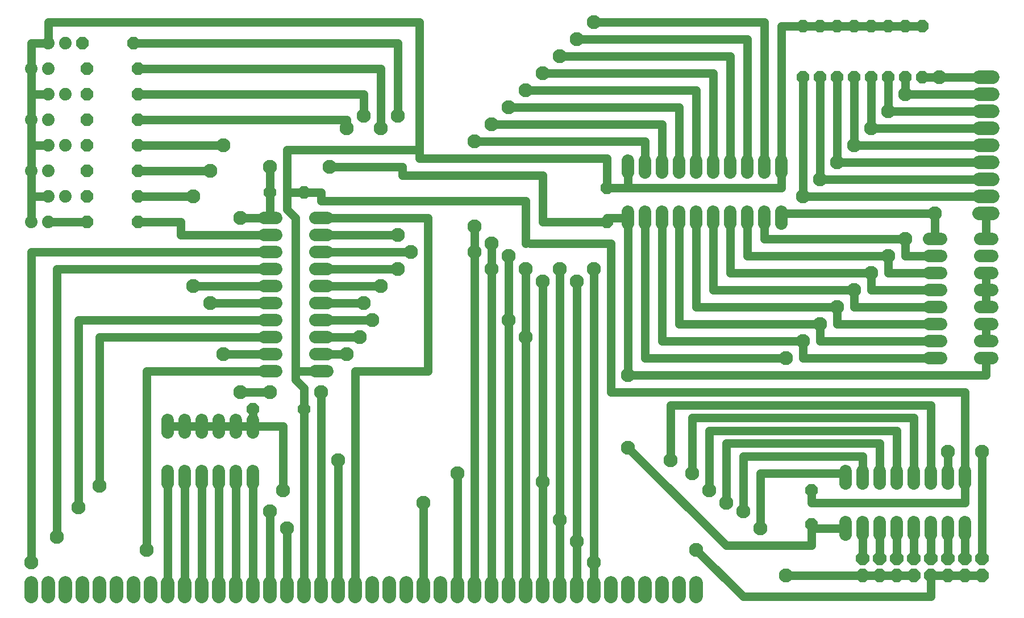
<source format=gbr>
G04 EAGLE Gerber RS-274X export*
G75*
%MOMM*%
%FSLAX34Y34*%
%LPD*%
%INBottom Copper*%
%IPPOS*%
%AMOC8*
5,1,8,0,0,1.08239X$1,22.5*%
G01*
%ADD10P,1.979475X8X22.500000*%
%ADD11P,1.979475X8X112.500000*%
%ADD12C,1.828800*%
%ADD13C,1.879600*%
%ADD14C,2.032000*%
%ADD15P,2.199416X8X22.500000*%
%ADD16P,1.979475X8X202.500000*%
%ADD17P,1.979475X8X292.500000*%
%ADD18C,1.270000*%
%ADD19C,2.100000*%


D10*
X381000Y-273050D03*
X431800Y-273050D03*
D11*
X882650Y-317500D03*
X882650Y-266700D03*
X1187450Y-768350D03*
X1187450Y-717550D03*
D12*
X228600Y-631444D02*
X228600Y-613156D01*
X228600Y-689356D02*
X228600Y-707644D01*
D13*
X76200Y-203200D03*
X50800Y-203200D03*
X50800Y-165100D03*
X25400Y-165100D03*
X76200Y-127000D03*
X50800Y-127000D03*
X50800Y-88900D03*
X25400Y-88900D03*
X76200Y-50800D03*
X50800Y-50800D03*
D12*
X254000Y-613156D02*
X254000Y-631444D01*
X254000Y-689356D02*
X254000Y-707644D01*
X279400Y-631444D02*
X279400Y-613156D01*
X279400Y-689356D02*
X279400Y-707644D01*
X304800Y-631444D02*
X304800Y-613156D01*
X304800Y-689356D02*
X304800Y-707644D01*
X330200Y-631444D02*
X330200Y-613156D01*
X330200Y-689356D02*
X330200Y-707644D01*
X355600Y-631444D02*
X355600Y-613156D01*
X355600Y-689356D02*
X355600Y-707644D01*
D13*
X50800Y-317500D03*
X25400Y-317500D03*
X76200Y-279400D03*
X50800Y-279400D03*
X50800Y-241300D03*
X25400Y-241300D03*
D12*
X1238250Y-689356D02*
X1238250Y-707644D01*
X1263650Y-707644D02*
X1263650Y-689356D01*
X1390650Y-689356D02*
X1390650Y-707644D01*
X1416050Y-707644D02*
X1416050Y-689356D01*
X1289050Y-689356D02*
X1289050Y-707644D01*
X1314450Y-707644D02*
X1314450Y-689356D01*
X1365250Y-689356D02*
X1365250Y-707644D01*
X1339850Y-707644D02*
X1339850Y-689356D01*
X1416050Y-765556D02*
X1416050Y-783844D01*
X1390650Y-783844D02*
X1390650Y-765556D01*
X1365250Y-765556D02*
X1365250Y-783844D01*
X1339850Y-783844D02*
X1339850Y-765556D01*
X1314450Y-765556D02*
X1314450Y-783844D01*
X1289050Y-783844D02*
X1289050Y-765556D01*
X1263650Y-765556D02*
X1263650Y-783844D01*
X1238250Y-783844D02*
X1238250Y-765556D01*
X914400Y-244094D02*
X914400Y-225806D01*
X939800Y-225806D02*
X939800Y-244094D01*
X1066800Y-244094D02*
X1066800Y-225806D01*
X1092200Y-225806D02*
X1092200Y-244094D01*
X965200Y-244094D02*
X965200Y-225806D01*
X990600Y-225806D02*
X990600Y-244094D01*
X1041400Y-244094D02*
X1041400Y-225806D01*
X1016000Y-225806D02*
X1016000Y-244094D01*
X1117600Y-244094D02*
X1117600Y-225806D01*
X1143000Y-225806D02*
X1143000Y-244094D01*
X1143000Y-302006D02*
X1143000Y-320294D01*
X1117600Y-320294D02*
X1117600Y-302006D01*
X1092200Y-302006D02*
X1092200Y-320294D01*
X1066800Y-320294D02*
X1066800Y-302006D01*
X1041400Y-302006D02*
X1041400Y-320294D01*
X1016000Y-320294D02*
X1016000Y-302006D01*
X990600Y-302006D02*
X990600Y-320294D01*
X965200Y-320294D02*
X965200Y-302006D01*
X939800Y-302006D02*
X939800Y-320294D01*
X914400Y-320294D02*
X914400Y-302006D01*
X466344Y-311150D02*
X448056Y-311150D01*
X448056Y-336550D02*
X466344Y-336550D01*
X466344Y-463550D02*
X448056Y-463550D01*
X448056Y-488950D02*
X466344Y-488950D01*
X466344Y-361950D02*
X448056Y-361950D01*
X448056Y-387350D02*
X466344Y-387350D01*
X466344Y-438150D02*
X448056Y-438150D01*
X448056Y-412750D02*
X466344Y-412750D01*
X466344Y-514350D02*
X448056Y-514350D01*
X448056Y-539750D02*
X466344Y-539750D01*
X390144Y-539750D02*
X371856Y-539750D01*
X371856Y-514350D02*
X390144Y-514350D01*
X390144Y-488950D02*
X371856Y-488950D01*
X371856Y-463550D02*
X390144Y-463550D01*
X390144Y-438150D02*
X371856Y-438150D01*
X371856Y-412750D02*
X390144Y-412750D01*
X390144Y-387350D02*
X371856Y-387350D01*
X371856Y-361950D02*
X390144Y-361950D01*
X390144Y-336550D02*
X371856Y-336550D01*
X371856Y-311150D02*
X390144Y-311150D01*
D14*
X25400Y-855980D02*
X25400Y-876300D01*
X50800Y-876300D02*
X50800Y-855980D01*
X76200Y-855980D02*
X76200Y-876300D01*
X101600Y-876300D02*
X101600Y-855980D01*
X127000Y-855980D02*
X127000Y-876300D01*
X152400Y-876300D02*
X152400Y-855980D01*
X177800Y-855980D02*
X177800Y-876300D01*
X203200Y-876300D02*
X203200Y-855980D01*
X228600Y-855980D02*
X228600Y-876300D01*
X254000Y-876300D02*
X254000Y-855980D01*
X279400Y-855980D02*
X279400Y-876300D01*
X304800Y-876300D02*
X304800Y-855980D01*
X330200Y-855980D02*
X330200Y-876300D01*
X355600Y-876300D02*
X355600Y-855980D01*
X381000Y-855980D02*
X381000Y-876300D01*
X406400Y-876300D02*
X406400Y-855980D01*
X431800Y-855980D02*
X431800Y-876300D01*
X457200Y-876300D02*
X457200Y-855980D01*
X482600Y-855980D02*
X482600Y-876300D01*
X508000Y-876300D02*
X508000Y-855980D01*
X533400Y-855980D02*
X533400Y-876300D01*
X558800Y-876300D02*
X558800Y-855980D01*
X584200Y-855980D02*
X584200Y-876300D01*
X609600Y-876300D02*
X609600Y-855980D01*
X635000Y-855980D02*
X635000Y-876300D01*
X660400Y-876300D02*
X660400Y-855980D01*
X685800Y-855980D02*
X685800Y-876300D01*
X711200Y-876300D02*
X711200Y-855980D01*
X736600Y-855980D02*
X736600Y-876300D01*
X762000Y-876300D02*
X762000Y-855980D01*
X787400Y-855980D02*
X787400Y-876300D01*
X812800Y-876300D02*
X812800Y-855980D01*
X838200Y-855980D02*
X838200Y-876300D01*
X863600Y-876300D02*
X863600Y-855980D01*
X889000Y-855980D02*
X889000Y-876300D01*
X914400Y-876300D02*
X914400Y-855980D01*
X939800Y-855980D02*
X939800Y-876300D01*
X965200Y-876300D02*
X965200Y-855980D01*
X990600Y-855980D02*
X990600Y-876300D01*
X1016000Y-876300D02*
X1016000Y-855980D01*
D15*
X1263650Y-819150D03*
X1263650Y-844550D03*
X1289050Y-819150D03*
X1289050Y-844550D03*
X1314450Y-819150D03*
X1314450Y-844550D03*
X1339850Y-819150D03*
X1339850Y-844550D03*
X1365250Y-819150D03*
X1365250Y-844550D03*
X1390650Y-819150D03*
X1390650Y-844550D03*
X1416050Y-819150D03*
X1416050Y-844550D03*
X1441450Y-819150D03*
X1441450Y-844550D03*
D14*
X1437640Y-101600D02*
X1457960Y-101600D01*
X1457960Y-127000D02*
X1437640Y-127000D01*
X1437640Y-152400D02*
X1457960Y-152400D01*
X1457960Y-177800D02*
X1437640Y-177800D01*
X1437640Y-203200D02*
X1457960Y-203200D01*
X1457960Y-228600D02*
X1437640Y-228600D01*
X1437640Y-254000D02*
X1457960Y-254000D01*
X1457960Y-279400D02*
X1437640Y-279400D01*
X1437640Y-304800D02*
X1457960Y-304800D01*
D16*
X431800Y-596900D03*
X355600Y-596900D03*
D17*
X1352550Y-25400D03*
X1352550Y-101600D03*
X1327150Y-25400D03*
X1327150Y-101600D03*
X1301750Y-25400D03*
X1301750Y-101600D03*
X1276350Y-25400D03*
X1276350Y-101600D03*
X1250950Y-25400D03*
X1250950Y-101600D03*
X1225550Y-25400D03*
X1225550Y-101600D03*
X1200150Y-25400D03*
X1200150Y-101600D03*
X1174750Y-25400D03*
X1174750Y-101600D03*
D16*
X177800Y-50800D03*
X101600Y-50800D03*
X184150Y-88900D03*
X107950Y-88900D03*
X184150Y-127000D03*
X107950Y-127000D03*
X184150Y-165100D03*
X107950Y-165100D03*
X184150Y-203200D03*
X107950Y-203200D03*
X184150Y-241300D03*
X107950Y-241300D03*
X184150Y-279400D03*
X107950Y-279400D03*
X184150Y-317500D03*
X107950Y-317500D03*
D12*
X1362456Y-520700D02*
X1380744Y-520700D01*
X1380744Y-495300D02*
X1362456Y-495300D01*
X1362456Y-368300D02*
X1380744Y-368300D01*
X1380744Y-342900D02*
X1362456Y-342900D01*
X1362456Y-469900D02*
X1380744Y-469900D01*
X1380744Y-444500D02*
X1362456Y-444500D01*
X1362456Y-393700D02*
X1380744Y-393700D01*
X1380744Y-419100D02*
X1362456Y-419100D01*
X1438656Y-342900D02*
X1456944Y-342900D01*
X1456944Y-368300D02*
X1438656Y-368300D01*
X1438656Y-393700D02*
X1456944Y-393700D01*
X1456944Y-419100D02*
X1438656Y-419100D01*
X1438656Y-444500D02*
X1456944Y-444500D01*
X1456944Y-469900D02*
X1438656Y-469900D01*
X1438656Y-495300D02*
X1456944Y-495300D01*
X1456944Y-520700D02*
X1438656Y-520700D01*
D18*
X431800Y-596900D02*
X431800Y-876300D01*
X1174750Y-25400D02*
X1200150Y-25400D01*
X1225550Y-25400D01*
X1250950Y-25400D01*
X1276350Y-25400D01*
X1301750Y-25400D01*
X1327150Y-25400D01*
X1352550Y-25400D01*
X1143000Y-25400D02*
X1143000Y-234950D01*
X1143000Y-25400D02*
X1174750Y-25400D01*
X1416050Y-571500D02*
X1416050Y-698500D01*
X1143000Y-266700D02*
X1143000Y-234950D01*
X1143000Y-266700D02*
X914400Y-266700D01*
X914400Y-234950D01*
X431800Y-565150D02*
X431800Y-596900D01*
X431800Y-565150D02*
X419100Y-552450D01*
X419100Y-311150D02*
X406400Y-298450D01*
X419100Y-539750D02*
X419100Y-552450D01*
X419100Y-539750D02*
X419100Y-311150D01*
X603250Y-222250D02*
X882650Y-222250D01*
X603250Y-209550D02*
X406400Y-209550D01*
X406400Y-273050D01*
X406400Y-298450D01*
X406400Y-273050D02*
X431800Y-273050D01*
X419100Y-539750D02*
X457200Y-539750D01*
X1416050Y-698500D02*
X1416050Y-736600D01*
X1187450Y-736600D01*
X1187450Y-717550D01*
X25400Y-317500D02*
X25400Y-279400D01*
X50800Y-279400D01*
X25400Y-279400D02*
X25400Y-241300D01*
X25400Y-203200D01*
X50800Y-203200D01*
X25400Y-203200D02*
X25400Y-165100D01*
X25400Y-127000D01*
X50800Y-127000D01*
X25400Y-127000D02*
X25400Y-88900D01*
X25400Y-50800D01*
X50800Y-50800D01*
X603250Y-209550D02*
X603250Y-222250D01*
X603250Y-209550D02*
X603250Y-19050D01*
X50800Y-19050D01*
X50800Y-50800D01*
X889000Y-349250D02*
X889000Y-571500D01*
X1416050Y-571500D01*
X457200Y-273050D02*
X431800Y-273050D01*
X457200Y-273050D02*
X457200Y-285750D01*
X768350Y-349250D02*
X889000Y-349250D01*
X882650Y-266700D02*
X914400Y-266700D01*
X882650Y-266700D02*
X882650Y-222250D01*
X762000Y-285750D02*
X762000Y-349250D01*
X762000Y-285750D02*
X457200Y-285750D01*
X381000Y-273050D02*
X381000Y-311150D01*
X1193800Y-774700D02*
X1238250Y-774700D01*
X1193800Y-774700D02*
X1187450Y-768350D01*
X1447800Y-495300D02*
X1447800Y-469900D01*
X1447800Y-444500D02*
X1447800Y-419100D01*
X1447800Y-393700D01*
X1447800Y-342900D02*
X1447800Y-304800D01*
X1447800Y-520700D02*
X1447800Y-546100D01*
X914400Y-546100D01*
D19*
X457200Y-571500D03*
X336550Y-571500D03*
X336550Y-311150D03*
D18*
X457200Y-571500D02*
X457200Y-876300D01*
X381000Y-311150D02*
X336550Y-311150D01*
D19*
X469900Y-234950D03*
X381000Y-234950D03*
D18*
X381000Y-273050D01*
X1187450Y-768350D02*
X1187450Y-800100D01*
D19*
X381000Y-571500D03*
D18*
X336550Y-571500D01*
X1060450Y-800100D02*
X1187450Y-800100D01*
D19*
X914400Y-546100D03*
X914400Y-654050D03*
D18*
X1060450Y-800100D01*
X577850Y-247650D02*
X577850Y-234950D01*
X577850Y-247650D02*
X787400Y-247650D01*
X787400Y-317500D01*
X577850Y-234950D02*
X469900Y-234950D01*
X882650Y-311150D02*
X914400Y-311150D01*
X882650Y-311150D02*
X882650Y-317500D01*
X914400Y-311150D02*
X914400Y-546100D01*
X882650Y-317500D02*
X787400Y-317500D01*
X228600Y-698500D02*
X228600Y-876300D01*
X254000Y-876300D02*
X254000Y-698500D01*
X279400Y-698500D02*
X279400Y-876300D01*
X304800Y-876300D02*
X304800Y-698500D01*
X330200Y-698500D02*
X330200Y-876300D01*
X355600Y-876300D02*
X355600Y-698500D01*
X1263650Y-698500D02*
X1263650Y-666750D01*
D19*
X381000Y-749300D03*
X1085850Y-749300D03*
D18*
X381000Y-749300D02*
X381000Y-876300D01*
X1085850Y-666750D02*
X1263650Y-666750D01*
X1085850Y-666750D02*
X1085850Y-749300D01*
X1231900Y-692150D02*
X1238250Y-698500D01*
D19*
X1111250Y-774700D03*
X406400Y-774700D03*
D18*
X406400Y-876300D01*
X1111250Y-774700D02*
X1111250Y-692150D01*
X1231900Y-692150D01*
X508000Y-539750D02*
X508000Y-876300D01*
X508000Y-539750D02*
X615950Y-539750D01*
X615950Y-311150D01*
X457200Y-311150D01*
X1289050Y-647700D02*
X1289050Y-698500D01*
D19*
X609600Y-736600D03*
X1060450Y-736600D03*
D18*
X609600Y-736600D02*
X609600Y-876300D01*
X1060450Y-647700D02*
X1289050Y-647700D01*
X1060450Y-647700D02*
X1060450Y-736600D01*
D19*
X660400Y-692150D03*
X1009650Y-692150D03*
D18*
X660400Y-692150D02*
X660400Y-876300D01*
X1339850Y-698500D02*
X1339850Y-609600D01*
X1009650Y-609600D01*
X1009650Y-692150D01*
X939800Y-234950D02*
X939800Y-196850D01*
X685800Y-196850D01*
D19*
X685800Y-196850D03*
X685800Y-323850D03*
X590550Y-361950D03*
X685800Y-361950D03*
D18*
X685800Y-876300D01*
X590550Y-361950D02*
X457200Y-361950D01*
X685800Y-361950D02*
X685800Y-323850D01*
X965200Y-234950D02*
X965200Y-171450D01*
X711200Y-171450D01*
D19*
X711200Y-349250D03*
X711200Y-171450D03*
X571500Y-387350D03*
X711200Y-387350D03*
D18*
X711200Y-876300D01*
X571500Y-387350D02*
X457200Y-387350D01*
X711200Y-387350D02*
X711200Y-349250D01*
X990600Y-234950D02*
X990600Y-146050D01*
X736600Y-146050D01*
D19*
X736600Y-146050D03*
X736600Y-368300D03*
X533400Y-463550D03*
X736600Y-463550D03*
D18*
X533400Y-463550D02*
X457200Y-463550D01*
X736600Y-463550D02*
X736600Y-876300D01*
X736600Y-463550D02*
X736600Y-368300D01*
X1016000Y-234950D02*
X1016000Y-120650D01*
D19*
X762000Y-387350D03*
X762000Y-120650D03*
D18*
X1016000Y-120650D01*
D19*
X514350Y-488950D03*
X762000Y-488950D03*
D18*
X514350Y-488950D02*
X457200Y-488950D01*
X762000Y-488950D02*
X762000Y-876300D01*
X762000Y-488950D02*
X762000Y-387350D01*
D19*
X787400Y-406400D03*
X787400Y-95250D03*
X787400Y-704850D03*
X127000Y-711200D03*
D18*
X127000Y-488950D02*
X381000Y-488950D01*
X127000Y-488950D02*
X127000Y-711200D01*
X787400Y-704850D02*
X787400Y-876300D01*
X787400Y-704850D02*
X787400Y-406400D01*
X1041400Y-234950D02*
X1041400Y-95250D01*
X787400Y-95250D01*
X1066800Y-69850D02*
X1066800Y-234950D01*
D19*
X812800Y-387350D03*
X812800Y-69850D03*
X812800Y-762000D03*
X95250Y-742950D03*
D18*
X95250Y-463550D02*
X381000Y-463550D01*
X95250Y-463550D02*
X95250Y-742950D01*
X812800Y-762000D02*
X812800Y-876300D01*
X812800Y-762000D02*
X812800Y-387350D01*
X812800Y-69850D02*
X1066800Y-69850D01*
X1092200Y-44450D02*
X1092200Y-234950D01*
D19*
X838200Y-406400D03*
X838200Y-44450D03*
D18*
X1092200Y-44450D01*
X838200Y-793750D02*
X838200Y-876300D01*
D19*
X838200Y-793750D03*
X63500Y-787400D03*
D18*
X63500Y-387350D02*
X381000Y-387350D01*
X63500Y-387350D02*
X63500Y-787400D01*
X838200Y-793750D02*
X838200Y-406400D01*
X1117600Y-234950D02*
X1117600Y-19050D01*
D19*
X863600Y-19050D03*
D18*
X1117600Y-19050D01*
D19*
X863600Y-825500D03*
X25400Y-825500D03*
X863600Y-387350D03*
D18*
X25400Y-361950D02*
X25400Y-825500D01*
X25400Y-361950D02*
X381000Y-361950D01*
X863600Y-825500D02*
X863600Y-876300D01*
X863600Y-825500D02*
X863600Y-387350D01*
D19*
X482600Y-673100D03*
X977900Y-673100D03*
D18*
X482600Y-673100D02*
X482600Y-876300D01*
X977900Y-673100D02*
X977900Y-590550D01*
X1365250Y-590550D01*
X1365250Y-698500D01*
X355600Y-622300D02*
X355600Y-596900D01*
X254000Y-622300D02*
X228600Y-622300D01*
X254000Y-622300D02*
X279400Y-622300D01*
X304800Y-622300D01*
X330200Y-622300D01*
X355600Y-622300D01*
D19*
X400050Y-717550D03*
X1035050Y-717550D03*
D18*
X1314450Y-698500D02*
X1314450Y-628650D01*
X400050Y-622300D02*
X355600Y-622300D01*
X400050Y-622300D02*
X400050Y-717550D01*
X1035050Y-717550D02*
X1035050Y-628650D01*
X1314450Y-628650D01*
X1263650Y-774700D02*
X1263650Y-819150D01*
X1289050Y-819150D02*
X1289050Y-774700D01*
X1314450Y-774700D02*
X1314450Y-819150D01*
X1339850Y-819150D02*
X1339850Y-774700D01*
X1365250Y-774700D02*
X1365250Y-819150D01*
X1390650Y-819150D02*
X1390650Y-774700D01*
X1416050Y-774700D02*
X1416050Y-819150D01*
D19*
X1441450Y-660400D03*
X1390650Y-660400D03*
D18*
X1441450Y-660400D02*
X1441450Y-819150D01*
X1390650Y-698500D02*
X1390650Y-660400D01*
D19*
X1149350Y-520700D03*
X1149350Y-844550D03*
D18*
X939800Y-520700D02*
X939800Y-311150D01*
X939800Y-520700D02*
X1149350Y-520700D01*
X1149350Y-844550D02*
X1263650Y-844550D01*
X1314450Y-844550D02*
X1339850Y-844550D01*
X1314450Y-844550D02*
X1289050Y-844550D01*
X1263650Y-844550D01*
X1416050Y-844550D02*
X1441450Y-844550D01*
X1416050Y-844550D02*
X1390650Y-844550D01*
X1365250Y-844550D01*
D19*
X1016000Y-806450D03*
X196850Y-806450D03*
D18*
X196850Y-539750D02*
X381000Y-539750D01*
X196850Y-539750D02*
X196850Y-806450D01*
X1016000Y-806450D02*
X1085850Y-876300D01*
X1365250Y-876300D01*
X1365250Y-844550D01*
D19*
X571500Y-158750D03*
X571500Y-336550D03*
D18*
X457200Y-336550D01*
X571500Y-50800D02*
X177800Y-50800D01*
X571500Y-50800D02*
X571500Y-158750D01*
D19*
X546100Y-177800D03*
X546100Y-412750D03*
D18*
X457200Y-412750D01*
X546100Y-88900D02*
X184150Y-88900D01*
X546100Y-88900D02*
X546100Y-177800D01*
D19*
X520700Y-158750D03*
X520700Y-438150D03*
D18*
X457200Y-438150D01*
X520700Y-127000D02*
X184150Y-127000D01*
X520700Y-127000D02*
X520700Y-158750D01*
D19*
X495300Y-177800D03*
X495300Y-514350D03*
D18*
X457200Y-514350D01*
X495300Y-177800D02*
X495300Y-165100D01*
X184150Y-165100D01*
X311150Y-514350D02*
X381000Y-514350D01*
D19*
X311150Y-203200D03*
X311150Y-514350D03*
D18*
X311150Y-203200D02*
X184150Y-203200D01*
X292100Y-438150D02*
X381000Y-438150D01*
D19*
X292100Y-241300D03*
X292100Y-438150D03*
D18*
X292100Y-241300D02*
X184150Y-241300D01*
D19*
X266700Y-279400D03*
X266700Y-412750D03*
D18*
X381000Y-412750D01*
X266700Y-279400D02*
X184150Y-279400D01*
X184150Y-317500D02*
X247650Y-317500D01*
X247650Y-336550D01*
X381000Y-336550D01*
X107950Y-317500D02*
X50800Y-317500D01*
D19*
X1371600Y-304800D03*
X1377950Y-101600D03*
D18*
X1447800Y-101600D01*
X1377950Y-101600D02*
X1352550Y-101600D01*
X1371600Y-304800D02*
X1371600Y-342900D01*
X1149350Y-304800D02*
X1143000Y-311150D01*
X1149350Y-304800D02*
X1371600Y-304800D01*
X1117600Y-311150D02*
X1117600Y-342900D01*
D19*
X1327150Y-342900D03*
X1327150Y-127000D03*
D18*
X1447800Y-127000D01*
X1327150Y-127000D02*
X1327150Y-101600D01*
X1327150Y-368300D02*
X1371600Y-368300D01*
X1327150Y-368300D02*
X1327150Y-342900D01*
X1117600Y-342900D01*
D19*
X1301750Y-368300D03*
X1301750Y-152400D03*
D18*
X1447800Y-152400D01*
X1301750Y-152400D02*
X1301750Y-101600D01*
X1092200Y-311150D02*
X1092200Y-368300D01*
X1301750Y-393700D02*
X1371600Y-393700D01*
X1301750Y-393700D02*
X1301750Y-368300D01*
X1092200Y-368300D01*
X1066800Y-393700D02*
X1066800Y-311150D01*
D19*
X1276350Y-393700D03*
X1276350Y-177800D03*
D18*
X1447800Y-177800D01*
X1276350Y-177800D02*
X1276350Y-101600D01*
X1276350Y-393700D02*
X1276350Y-419100D01*
X1371600Y-419100D01*
X1276350Y-393700D02*
X1066800Y-393700D01*
D19*
X1250950Y-419100D03*
X1250950Y-203200D03*
D18*
X1447800Y-203200D01*
X1250950Y-203200D02*
X1250950Y-101600D01*
X1250950Y-444500D02*
X1371600Y-444500D01*
X1250950Y-444500D02*
X1250950Y-419100D01*
X1041400Y-419100D01*
X1041400Y-311150D01*
X1016000Y-311150D02*
X1016000Y-444500D01*
D19*
X1225550Y-444500D03*
X1225550Y-228600D03*
D18*
X1447800Y-228600D01*
X1225550Y-228600D02*
X1225550Y-101600D01*
X1225550Y-444500D02*
X1016000Y-444500D01*
X1225550Y-444500D02*
X1225550Y-469900D01*
X1371600Y-469900D01*
D19*
X1200150Y-469900D03*
X1200150Y-254000D03*
D18*
X1447800Y-254000D01*
X1200150Y-254000D02*
X1200150Y-101600D01*
X1200150Y-469900D02*
X1200150Y-495300D01*
X1371600Y-495300D01*
X990600Y-469900D02*
X990600Y-311150D01*
X990600Y-469900D02*
X1200150Y-469900D01*
X965200Y-495300D02*
X965200Y-311150D01*
D19*
X1174750Y-495300D03*
X1174750Y-279400D03*
D18*
X1174750Y-101600D01*
X1174750Y-279400D02*
X1447800Y-279400D01*
X1174750Y-495300D02*
X965200Y-495300D01*
X1174750Y-495300D02*
X1174750Y-520700D01*
X1371600Y-520700D01*
M02*

</source>
